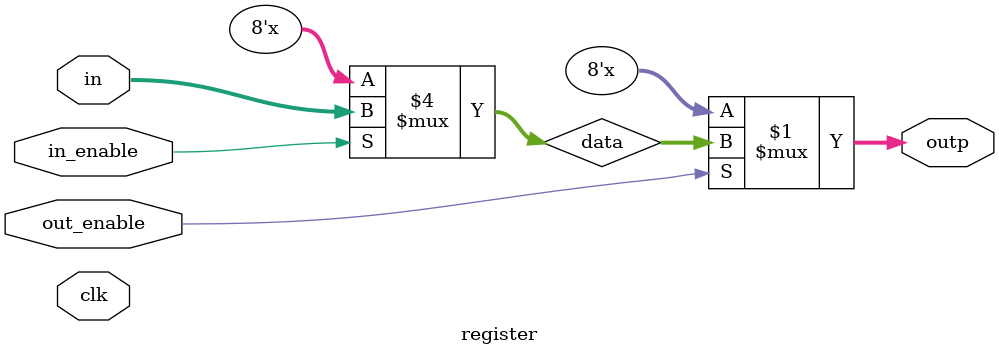
<source format=v>
/*
8-bit register. 
*/

`timescale 1ns/1ns
/*
module register(clk,in,out_enable,in_enable,outp);
input clk;
input [7:0] in;
input out_enable;
input in_enable;
output [7:0] outp; //output contents of reg to bus, or anything else

reg [7:0] data;
reg [7:0] out_temp;


initial begin 
    data = 8'b0;
    out_temp = 8'b0;
end

always @ (out_enable or in_enable) begin //Output priority, changes output based on  
    if(out_enable) out_temp <= data;
    if(in_enable) data = in;
end

assign outp = out_temp;
endmodule
*/

module register(clk, in, out_enable, in_enable, outp);
    input clk;
    input [7:0] in;
    input out_enable;
    input in_enable;
    output [7:0] outp;

    reg [7:0] data; //The actual register value

    initial begin
        data = 8'b0;
    end

    // Use a tri-state buffer approach for output
    assign outp = out_enable ? data : 8'bz;

    always @(out_enable or in_enable) begin
        if (in_enable) begin
            data <= in; // Load data into the register
        end
        // No need to handle out_enable here as it's used in the assign statement
    end
endmodule


/*

module reg_test();
reg clk;
reg in_enable;
reg out_enable;
wire [7:0] outp;
reg [7:0] data;


initial begin
$dumpfile("output.vcd");
$dumpvars(0,reg_test);
data = 8'b00000000;
clk = 0;
in_enable = 0;
out_enable = 0;

#1000;
$finish;
end
register uut(.clk(clk),.in(data),.out_enable(out_enable),.in_enable(in_enable),.outp(outp));


always #5 clk = ~clk;
always #10 in_enable = ~in_enable;
always #15 out_enable = ~out_enable;
always #25 data = data + 1;


endmodule


*/
</source>
